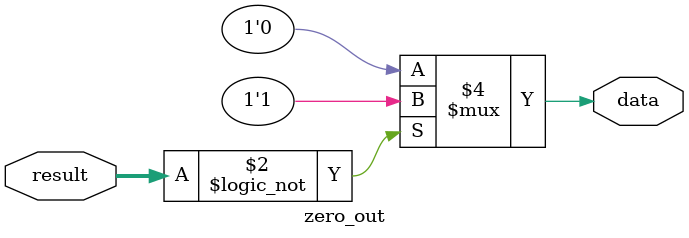
<source format=v>
module zero_out(
    input [7:0] result,
    output reg data
);
    
        always @(*) begin
            if (result == 8'b00000000) begin
                data = 1'b1;
            end
            else begin
                data = 1'b0;
            end
        end 
endmodule    

</source>
